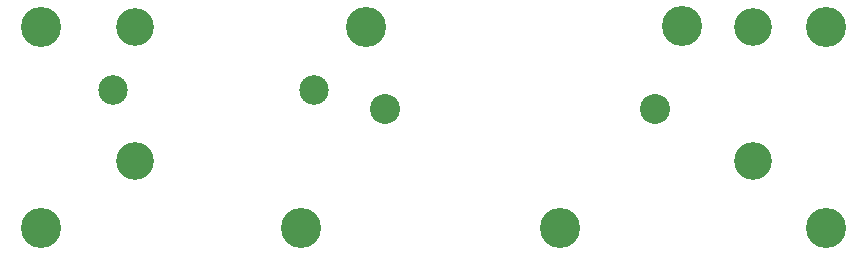
<source format=gbl>
%FSLAX34Y34*%
G04 Gerber Fmt 3.4, Leading zero omitted, Abs format*
G04 (created by PCBNEW (2014-01-19 BZR 4624)-product) date 5/23/2014 12:26:44 AM*
%MOIN*%
G01*
G70*
G90*
G04 APERTURE LIST*
%ADD10C,0.005906*%
%ADD11C,0.133858*%
%ADD12C,0.098425*%
%ADD13C,0.100000*%
%ADD14C,0.125984*%
G04 APERTURE END LIST*
G54D10*
G54D11*
X33858Y-7480D03*
X33858Y-14173D03*
X25000Y-14173D03*
X16338Y-14173D03*
X7677Y-14173D03*
X7677Y-7480D03*
X18503Y-7480D03*
G54D12*
X16771Y-9566D03*
X10078Y-9566D03*
G54D13*
X28161Y-10196D03*
X19161Y-10196D03*
G54D14*
X10826Y-11929D03*
X10826Y-7480D03*
X31417Y-7480D03*
X31417Y-11929D03*
G54D11*
X29055Y-7440D03*
M02*

</source>
